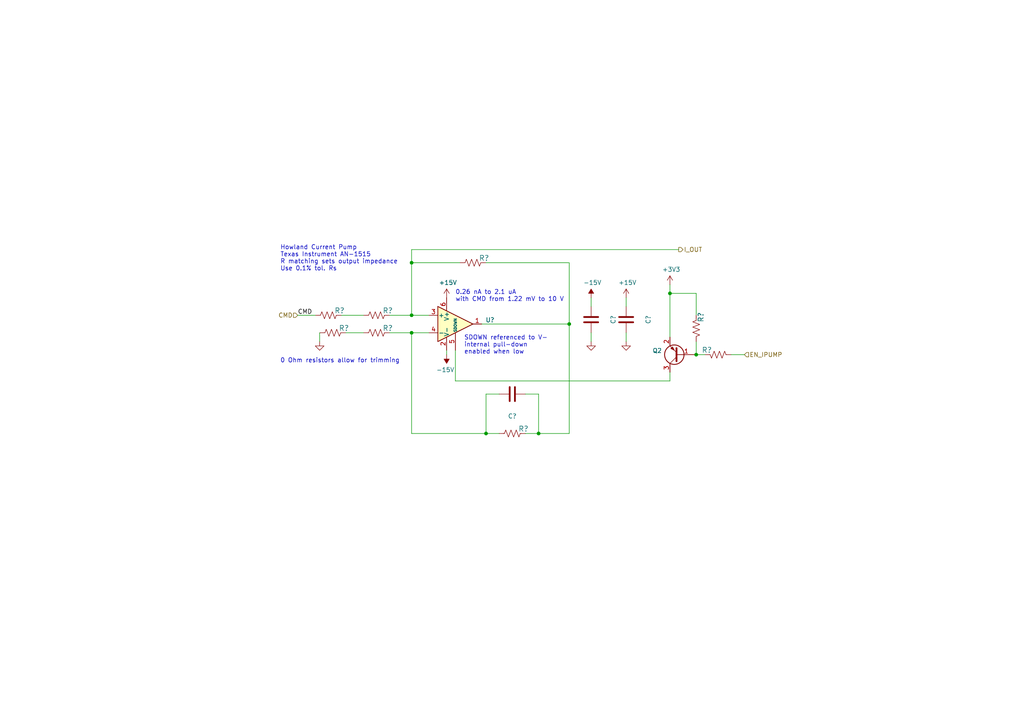
<source format=kicad_sch>
(kicad_sch (version 20211123) (generator eeschema)
  (paper "A4")
  (lib_symbols
    (symbol "Device:C" (pin_numbers hide) (pin_names (offset 0.254))
      (property "Reference" "C" (at 0.635 2.54 0))
      (property "Value" "C" (at 0.635 -2.54 0))
      (symbol "C_0_1"
        (polyline (pts (xy -2.032 -0.762) (xy 2.032 -0.762)) (stroke (width 0.508)))
        (polyline (pts (xy -2.032 0.762) (xy 2.032 0.762)) (stroke (width 0.508)))
      )
      (symbol "C_1_1"
        (pin passive line (at 0 3.81 270) (length 2.794) (name "~") (number "1"))
        (pin passive line (at 0 -3.81 90) (length 2.794) (name "~") (number "2"))
      )
    )
    (symbol "Device:R_US" (pin_numbers hide) (pin_names (offset 0))
      (property "Reference" "R" (at 2.54 0 90))
      (property "Value" "R_US" (at -2.54 0 90))
      (symbol "R_US_0_1"
        (polyline (pts (xy 0 -2.286) (xy 0 -2.54)))
        (polyline (pts (xy 0 2.286) (xy 0 2.54)))
        (polyline (pts (xy 0 -0.762) (xy 1.016 -1.143) (xy 0 -1.524) (xy -1.016 -1.905) (xy 0 -2.286)))
        (polyline (pts (xy 0 0.762) (xy 1.016 0.381) (xy 0 0) (xy -1.016 -0.381) (xy 0 -0.762)))
        (polyline (pts (xy 0 2.286) (xy 1.016 1.905) (xy 0 1.524) (xy -1.016 1.143) (xy 0 0.762)))
      )
      (symbol "R_US_1_1"
        (pin passive line (at 0 3.81 270) (length 1.27) (name "~") (number "1"))
        (pin passive line (at 0 -3.81 90) (length 1.27) (name "~") (number "2"))
      )
    )
    (symbol "Transistor_BJT:BC856" (pin_names (offset 0) hide)
      (property "Reference" "Q" (at 5.08 1.905 0))
      (property "Value" "BC856" (at 5.08 0 0))
      (symbol "BC856_0_1"
        (polyline (pts (xy 0.635 0.635) (xy 2.54 2.54)))
        (polyline (pts (xy 0.635 -0.635) (xy 2.54 -2.54) (xy 2.54 -2.54)))
        (polyline (pts (xy 0.635 1.905) (xy 0.635 -1.905) (xy 0.635 -1.905)) (stroke (width 0.508)))
        (polyline (pts (xy 2.286 -1.778) (xy 1.778 -2.286) (xy 1.27 -1.27) (xy 2.286 -1.778) (xy 2.286 -1.778)) (fill (type outline)))
        (circle (center 1.27 0) (radius 2.8194) (stroke (width 0.254)))
      )
      (symbol "BC856_1_1"
        (pin input line (at -5.08 0 0) (length 5.715) (name "B") (number "1"))
        (pin passive line (at 2.54 -5.08 90) (length 2.54) (name "E") (number "2"))
        (pin passive line (at 2.54 5.08 270) (length 2.54) (name "C") (number "3"))
      )
    )
    (symbol "covg-kicad:OPA991S" (pin_names (offset 0.127))
      (property "Reference" "U" (at 3.81 3.81 0))
      (property "Value" "OPA991S" (at 3.81 -3.81 0))
      (symbol "OPA991S_0_1"
        (polyline (pts (xy -5.08 5.08) (xy 5.08 0) (xy -5.08 -5.08) (xy -5.08 5.08)) (stroke (width 0.254)) (fill (type background)))
      )
      (symbol "OPA991S_1_1"
        (pin output line (at 7.62 0 180) (length 2.54) (name "~") (number "1"))
        (pin power_in line (at -2.54 -7.62 90) (length 3.81) (name "V-") (number "2"))
        (pin input line (at -7.62 2.54 0) (length 2.54) (name "+") (number "3"))
        (pin input line (at -7.62 -2.54 0) (length 2.54) (name "-") (number "4"))
        (pin input line (at 0 -7.62 90) (length 5.08) (name "SDOWN") (number "5"))
        (pin power_in line (at -2.54 7.62 270) (length 3.81) (name "V+") (number "6"))
      )
    )
    (symbol "power:+15V" (power) (pin_names (offset 0))
      (property "Value" "+15V" (at 0 3.556 0))
      (symbol "+15V_0_1"
        (polyline (pts (xy -0.762 1.27) (xy 0 2.54)))
        (polyline (pts (xy 0 0) (xy 0 2.54)))
        (polyline (pts (xy 0 2.54) (xy 0.762 1.27)))
      )
      (symbol "+15V_1_1"
        (pin power_in line (at 0 0 90) (length 0) hide (name "+15V") (number "1"))
      )
    )
    (symbol "power:+3V3" (power) (pin_names (offset 0))
      (property "Value" "+3V3" (at 0 3.556 0))
      (symbol "+3V3_0_1"
        (polyline (pts (xy -0.762 1.27) (xy 0 2.54)))
        (polyline (pts (xy 0 0) (xy 0 2.54)))
        (polyline (pts (xy 0 2.54) (xy 0.762 1.27)))
      )
      (symbol "+3V3_1_1"
        (pin power_in line (at 0 0 90) (length 0) hide (name "+3V3") (number "1"))
      )
    )
    (symbol "power:-15V" (power) (pin_names (offset 0))
      (property "Value" "-15V" (at 0 3.81 0))
      (symbol "-15V_0_0"
        (pin power_in line (at 0 0 90) (length 0) hide (name "-15V") (number "1"))
      )
      (symbol "-15V_0_1"
        (polyline (pts (xy 0 0) (xy 0 1.27) (xy 0.762 1.27) (xy 0 2.54) (xy -0.762 1.27) (xy 0 1.27)) (fill (type outline)))
      )
    )
    (symbol "power:GND" (power) (pin_names (offset 0))
      (property "Value" "GND" (at 0 -3.81 0))
      (symbol "GND_0_1"
        (polyline (pts (xy 0 0) (xy 0 -1.27) (xy 1.27 -1.27) (xy 0 -2.54) (xy -1.27 -1.27) (xy 0 -1.27)))
      )
      (symbol "GND_1_1"
        (pin power_in line (at 0 0 270) (length 0) hide (name "GND") (number "1"))
      )
    )
  )
  (junction (at 119.38 91.44))
  (junction (at 140.97 125.73))
  (junction (at 119.38 76.2))
  (junction (at 156.21 125.73))
  (junction (at 194.31 85.09))
  (junction (at 165.1 93.98))
  (junction (at 119.38 96.52))
  (junction (at 201.93 102.87))
  (wire (pts (xy 194.31 85.09) (xy 194.31 97.79)))
  (wire (pts (xy 156.21 125.73) (xy 152.4 125.73)))
  (wire (pts (xy 129.54 101.6) (xy 129.54 102.87)))
  (wire (pts (xy 201.93 102.87) (xy 201.93 99.06)))
  (wire (pts (xy 156.21 125.73) (xy 165.1 125.73)))
  (wire (pts (xy 132.08 101.6) (xy 132.08 110.49)))
  (wire (pts (xy 201.93 85.09) (xy 201.93 91.44)))
  (wire (pts (xy 91.44 91.44) (xy 86.36 91.44)))
  (wire (pts (xy 113.03 91.44) (xy 119.38 91.44)))
  (wire (pts (xy 194.31 110.49) (xy 194.31 107.95)))
  (wire (pts (xy 140.97 114.3) (xy 144.78 114.3)))
  (wire (pts (xy 194.31 85.09) (xy 201.93 85.09)))
  (wire (pts (xy 132.08 110.49) (xy 194.31 110.49)))
  (wire (pts (xy 119.38 96.52) (xy 124.46 96.52)))
  (wire (pts (xy 119.38 72.39) (xy 196.85 72.39)))
  (wire (pts (xy 92.71 99.06) (xy 92.71 96.52)))
  (wire (pts (xy 152.4 114.3) (xy 156.21 114.3)))
  (wire (pts (xy 165.1 93.98) (xy 139.7 93.98)))
  (wire (pts (xy 201.93 102.87) (xy 204.47 102.87)))
  (wire (pts (xy 194.31 82.55) (xy 194.31 85.09)))
  (wire (pts (xy 119.38 91.44) (xy 124.46 91.44)))
  (wire (pts (xy 181.61 88.9) (xy 181.61 86.36)))
  (wire (pts (xy 140.97 114.3) (xy 140.97 125.73)))
  (wire (pts (xy 140.97 76.2) (xy 165.1 76.2)))
  (wire (pts (xy 212.09 102.87) (xy 215.9 102.87)))
  (wire (pts (xy 99.06 91.44) (xy 105.41 91.44)))
  (wire (pts (xy 113.03 96.52) (xy 119.38 96.52)))
  (wire (pts (xy 119.38 76.2) (xy 119.38 91.44)))
  (wire (pts (xy 171.45 99.06) (xy 171.45 96.52)))
  (wire (pts (xy 100.33 96.52) (xy 105.41 96.52)))
  (wire (pts (xy 165.1 76.2) (xy 165.1 93.98)))
  (wire (pts (xy 119.38 76.2) (xy 119.38 72.39)))
  (wire (pts (xy 171.45 88.9) (xy 171.45 86.36)))
  (wire (pts (xy 133.35 76.2) (xy 119.38 76.2)))
  (wire (pts (xy 156.21 125.73) (xy 156.21 114.3)))
  (wire (pts (xy 119.38 125.73) (xy 119.38 96.52)))
  (wire (pts (xy 165.1 125.73) (xy 165.1 93.98)))
  (wire (pts (xy 140.97 125.73) (xy 144.78 125.73)))
  (wire (pts (xy 181.61 99.06) (xy 181.61 96.52)))
  (wire (pts (xy 140.97 125.73) (xy 119.38 125.73)))
  (text "0 Ohm resistors allow for trimming" (at 81.28 105.41 0) (effects (font (size 1.27 1.27)) (justify left bottom)))
  (text "0.26 nA to 2.1 uA\nwith CMD from 1.22 mV to 10 V " (at 132.08 87.63 0) (effects (font (size 1.27 1.27)) (justify left bottom)))
  (text "SDOWN referenced to V-\ninternal pull-down\nenabled when low\n" (at 134.62 102.87 0) (effects (font (size 1.27 1.27)) (justify left bottom)))
  (text "Howland Current Pump\nTexas Instrument AN-1515\nR matching sets output impedance\nUse 0.1% tol. Rs" (at 81.28 78.74 0) (effects (font (size 1.27 1.27)) (justify left bottom)))
  (label "CMD" (at 86.36 91.44 0))
  (hierarchical_label "CMD" (shape input) (at 86.36 91.44 180))
  (hierarchical_label "I_OUT" (shape output) (at 196.85 72.39 0))
  (hierarchical_label "EN_IPUMP" (shape input) (at 215.9 102.87 0))
  (symbol (lib_id "Device:R_US") (at 96.52 96.52 270) (unit 1)
    (property "Reference" "R?" (at 98.2472 95.1738 90) (effects (font (size 1.4986 1.4986)) (justify left)))
    (property "Manf#" "RG3216P-4704-B-T1" (effects hide))
    (property "Tolerance" "0.1" (effects hide))
  )
  (symbol (lib_id "Device:R_US") (at 95.25 91.44 270) (unit 1)
    (property "Reference" "R?" (at 96.9772 90.0938 90) (effects (font (size 1.4986 1.4986)) (justify left)))
    (property "Manf#" "RG3216P-4704-B-T1" (effects hide))
    (property "Tolerance" "0.1" (effects hide))
  )
  (symbol (lib_id "Device:R_US") (at 137.16 76.2 270) (unit 1)
    (property "Reference" "R?" (at 138.8872 74.8538 90) (effects (font (size 1.4986 1.4986)) (justify left)))
    (property "Manf#" "RG3216P-4704-B-T1" (effects hide))
    (property "Tolerance" "0.1" (effects hide))
  )
  (symbol (lib_id "Transistor_BJT:BC856") (at 196.85 102.87 180) (unit 1)
    (property "Reference" "Q2" (at 191.9986 101.7016 0) (effects (justify left)))
    (property "Datasheet" "https://www.onsemi.com/pub/Collateral/BC860-D.pdf" (effects hide))
    (property "Manf#" "BC856B-7-F" (effects hide))
  )
  (symbol (lib_id "Device:R_US") (at 208.28 102.87 90) (mirror x) (unit 1)
    (property "Reference" "R?" (at 206.5528 101.5238 90) (effects (font (size 1.4986 1.4986)) (justify left)))
    (property "Manf#" "RC0603FR-0710KL" (effects hide))
    (property "Tolerance" "0.1" (effects hide))
  )
  (symbol (lib_id "power:+3V3") (at 194.31 82.55 0) (unit 1)
    (property "Reference" "#PWR0170" (effects hide))
  )
  (symbol (lib_id "Device:R_US") (at 201.93 95.25 0) (mirror y) (unit 1)
    (property "Reference" "R?" (at 203.2762 93.5228 90) (effects (font (size 1.4986 1.4986)) (justify left)))
    (property "Manf#" "RC0603FR-07470KL" (effects hide))
    (property "Tolerance" "0.1" (effects hide))
  )
  (symbol (lib_id "power:-15V") (at 129.54 102.87 180) (unit 1)
    (property "Reference" "#PWR?" (effects hide))
  )
  (symbol (lib_id "power:+15V") (at 129.54 86.36 0) (unit 1)
    (property "Reference" "#PWR?" (effects hide))
  )
  (symbol (lib_id "Device:C") (at 148.59 114.3 90) (unit 1)
    (property "Reference" "C?" (at 148.59 120.7008 90))
    (property "Manf#" "CC0603JRX7R9BB472" (effects hide))
    (property "Tolerance" "5%" (effects hide))
    (property "voltage" "50V" (effects hide))
  )
  (symbol (lib_id "power:GND") (at 92.71 99.06 0) (unit 1)
    (property "Reference" "#PWR?" (effects hide))
  )
  (symbol (lib_id "covg-kicad:OPA991S") (at 132.08 93.98 0) (unit 1)
    (property "Reference" "U?" (at 140.8176 92.8116 0) (effects (justify left)))
    (property "Datasheet" "https://www.ti.com/lit/ds/symlink/opa991.pdf" (effects hide))
    (property "Manf#" "OPA991SIDBVR" (effects hide))
    (property "Alternate Manf#" "OPA990SIDBVR" (effects hide))
  )
  (symbol (lib_id "Device:R_US") (at 148.59 125.73 270) (unit 1)
    (property "Reference" "R?" (at 150.3172 124.3838 90) (effects (font (size 1.4986 1.4986)) (justify left)))
    (property "Manf#" "RG3216P-4704-B-T1" (effects hide))
    (property "Tolerance" "0.1" (effects hide))
  )
  (symbol (lib_id "Device:C") (at 171.45 92.71 180) (unit 1)
    (property "Reference" "C?" (at 177.8508 92.71 90))
    (property "Manf#" "CC0603MRX7R8BB104" (effects hide))
    (property "Tolerance" "20%" (effects hide))
    (property "voltage" "25V" (effects hide))
  )
  (symbol (lib_id "power:GND") (at 171.45 99.06 0) (unit 1)
    (property "Reference" "#PWR?" (effects hide))
  )
  (symbol (lib_id "power:+15V") (at 181.61 86.36 0) (unit 1)
    (property "Reference" "#PWR?" (effects hide))
  )
  (symbol (lib_id "power:GND") (at 181.61 99.06 0) (unit 1)
    (property "Reference" "#PWR?" (effects hide))
  )
  (symbol (lib_id "Device:C") (at 181.61 92.71 180) (unit 1)
    (property "Reference" "C?" (at 188.0108 92.71 90))
    (property "Manf#" "CC0603MRX7R8BB104" (effects hide))
    (property "voltage" "25V" (effects hide))
  )
  (symbol (lib_id "power:-15V") (at 171.45 86.36 0) (unit 1)
    (property "Reference" "#PWR?" (effects hide))
  )
  (symbol (lib_id "Device:R_US") (at 109.22 96.52 270) (unit 1)
    (property "Reference" "R?" (at 110.9472 95.1738 90) (effects (font (size 1.4986 1.4986)) (justify left)))
    (property "Manf#" "RC0603FR-070RL" (effects hide))
    (property "Tolerance" "0.1" (effects hide))
  )
  (symbol (lib_id "Device:R_US") (at 109.22 91.44 270) (unit 1)
    (property "Reference" "R?" (at 110.9472 90.0938 90) (effects (font (size 1.4986 1.4986)) (justify left)))
    (property "Manf#" "RC0603FR-070RL" (effects hide))
    (property "Tolerance" "0.1" (effects hide))
  )
)
</source>
